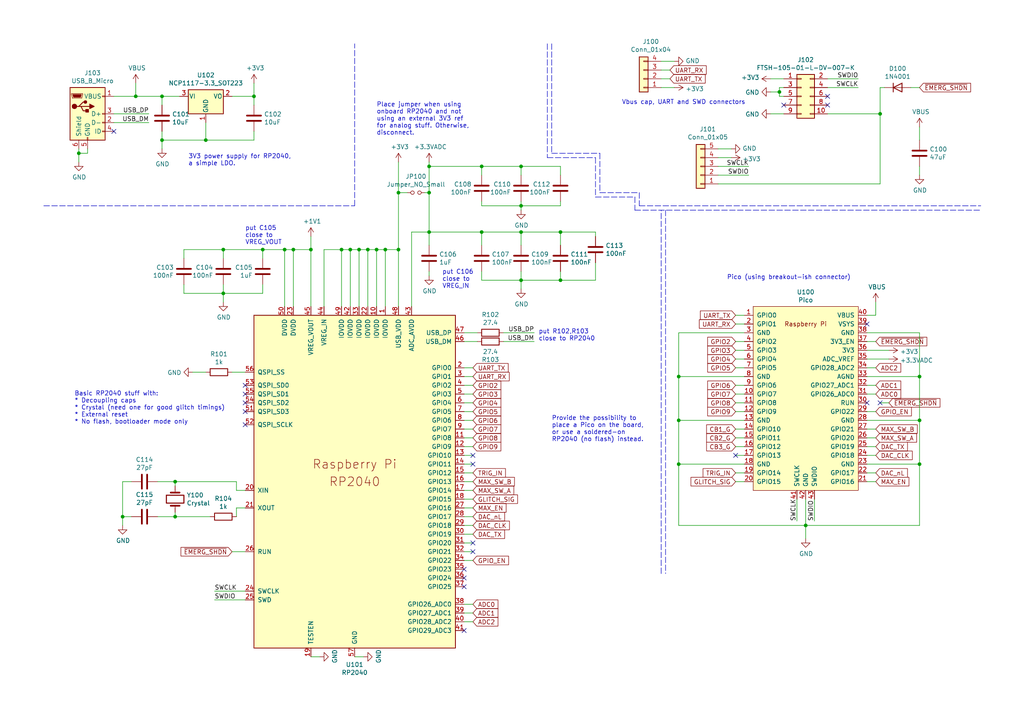
<source format=kicad_sch>
(kicad_sch (version 20211123) (generator eeschema)
  (paper "A4")
  (lib_symbols
    (symbol "Connector:USB_B_Micro" (pin_names (offset 1.016))
      (property "Reference" "J" (at -5.08 11.43 0))
      (property "Value" "USB_B_Micro" (at -5.08 8.89 0))
      (symbol "USB_B_Micro_1_1"
        (pin power_out line (at 7.62 5.08 180) (length 2.54) (name "VBUS") (number "1"))
        (pin bidirectional line (at 7.62 -2.54 180) (length 2.54) (name "D-") (number "2"))
        (pin bidirectional line (at 7.62 0 180) (length 2.54) (name "D+") (number "3"))
        (pin passive line (at 7.62 -5.08 180) (length 2.54) (name "ID") (number "4"))
        (pin power_out line (at 0 -10.16 90) (length 2.54) (name "GND") (number "5"))
        (pin passive line (at -2.54 -10.16 90) (length 2.54) (name "Shield") (number "6"))
      )
    )
    (symbol "Connector_Generic:Conn_01x04" (pin_names (offset 1.016) hide)
      (property "Reference" "J" (at 0 5.08 0))
      (property "Value" "Conn_01x04" (at 0 -7.62 0))
      (symbol "Conn_01x04_1_1"
        (pin passive line (at -5.08 2.54 0) (length 3.81) (name "Pin_1") (number "1"))
        (pin passive line (at -5.08 0 0) (length 3.81) (name "Pin_2") (number "2"))
        (pin passive line (at -5.08 -2.54 0) (length 3.81) (name "Pin_3") (number "3"))
        (pin passive line (at -5.08 -5.08 0) (length 3.81) (name "Pin_4") (number "4"))
      )
    )
    (symbol "Connector_Generic:Conn_01x05" (pin_names (offset 1.016) hide)
      (property "Reference" "J" (at 0 7.62 0))
      (property "Value" "Conn_01x05" (at 0 -7.62 0))
      (symbol "Conn_01x05_1_1"
        (pin passive line (at -5.08 5.08 0) (length 3.81) (name "Pin_1") (number "1"))
        (pin passive line (at -5.08 2.54 0) (length 3.81) (name "Pin_2") (number "2"))
        (pin passive line (at -5.08 0 0) (length 3.81) (name "Pin_3") (number "3"))
        (pin passive line (at -5.08 -2.54 0) (length 3.81) (name "Pin_4") (number "4"))
        (pin passive line (at -5.08 -5.08 0) (length 3.81) (name "Pin_5") (number "5"))
      )
    )
    (symbol "Connector_Generic:Conn_02x05_Odd_Even" (pin_names (offset 1.016) hide)
      (property "Reference" "J" (at 1.27 7.62 0))
      (property "Value" "Conn_02x05_Odd_Even" (at 1.27 -7.62 0))
      (symbol "Conn_02x05_Odd_Even_1_1"
        (pin passive line (at -5.08 5.08 0) (length 3.81) (name "Pin_1") (number "1"))
        (pin passive line (at 7.62 -5.08 180) (length 3.81) (name "Pin_10") (number "10"))
        (pin passive line (at 7.62 5.08 180) (length 3.81) (name "Pin_2") (number "2"))
        (pin passive line (at -5.08 2.54 0) (length 3.81) (name "Pin_3") (number "3"))
        (pin passive line (at 7.62 2.54 180) (length 3.81) (name "Pin_4") (number "4"))
        (pin passive line (at -5.08 0 0) (length 3.81) (name "Pin_5") (number "5"))
        (pin passive line (at 7.62 0 180) (length 3.81) (name "Pin_6") (number "6"))
        (pin passive line (at -5.08 -2.54 0) (length 3.81) (name "Pin_7") (number "7"))
        (pin passive line (at 7.62 -2.54 180) (length 3.81) (name "Pin_8") (number "8"))
        (pin passive line (at -5.08 -5.08 0) (length 3.81) (name "Pin_9") (number "9"))
      )
    )
    (symbol "Device:C" (pin_numbers hide) (pin_names (offset 0.254))
      (property "Reference" "C" (at 0.635 2.54 0))
      (property "Value" "C" (at 0.635 -2.54 0))
      (symbol "C_1_1"
        (pin passive line (at 0 3.81 270) (length 2.794) (name "~") (number "1"))
        (pin passive line (at 0 -3.81 90) (length 2.794) (name "~") (number "2"))
      )
    )
    (symbol "Device:Crystal" (pin_numbers hide) (pin_names (offset 1.016) hide)
      (property "Reference" "Y" (at 0 3.81 0))
      (property "Value" "Crystal" (at 0 -3.81 0))
      (symbol "Crystal_1_1"
        (pin passive line (at -3.81 0 0) (length 1.27) (name "1") (number "1"))
        (pin passive line (at 3.81 0 180) (length 1.27) (name "2") (number "2"))
      )
    )
    (symbol "Device:D" (pin_numbers hide) (pin_names (offset 1.016) hide)
      (property "Reference" "D" (at 0 2.54 0))
      (property "Value" "D" (at 0 -2.54 0))
      (symbol "D_1_1"
        (pin passive line (at -3.81 0 0) (length 2.54) (name "K") (number "1"))
        (pin passive line (at 3.81 0 180) (length 2.54) (name "A") (number "2"))
      )
    )
    (symbol "Device:Jumper_NO_Small" (pin_numbers hide) (pin_names (offset 0.762) hide)
      (property "Reference" "JP" (at 0 2.032 0))
      (property "Value" "Device_Jumper_NO_Small" (at 0.254 -1.524 0))
      (symbol "Jumper_NO_Small_0_1"
        (pin passive line (at -2.54 0 0) (length 1.016) (name "1") (number "1"))
        (pin passive line (at 2.54 0 180) (length 1.016) (name "2") (number "2"))
      )
    )
    (symbol "Device:R" (pin_numbers hide) (pin_names (offset 0))
      (property "Reference" "R" (at 2.032 0 90))
      (property "Value" "R" (at 0 0 90))
      (symbol "R_1_1"
        (pin passive line (at 0 3.81 270) (length 1.27) (name "~") (number "1"))
        (pin passive line (at 0 -3.81 90) (length 1.27) (name "~") (number "2"))
      )
    )
    (symbol "MCU_RaspberryPi_and_Boards:Pico" (pin_names (offset 1.016))
      (property "Reference" "U" (at -13.97 27.94 0))
      (property "Value" "Pico" (at 0 19.05 0))
      (symbol "Pico_0_0"
        (text "Raspberry Pi" (at 0 21.59 0) (effects (font (size 1.27 1.27))))
      )
      (symbol "Pico_1_1"
        (pin bidirectional line (at -17.78 24.13 0) (length 2.54) (name "GPIO0") (number "1"))
        (pin bidirectional line (at -17.78 1.27 0) (length 2.54) (name "GPIO7") (number "10"))
        (pin bidirectional line (at -17.78 -1.27 0) (length 2.54) (name "GPIO8") (number "11"))
        (pin bidirectional line (at -17.78 -3.81 0) (length 2.54) (name "GPIO9") (number "12"))
        (pin power_in line (at -17.78 -6.35 0) (length 2.54) (name "GND") (number "13"))
        (pin bidirectional line (at -17.78 -8.89 0) (length 2.54) (name "GPIO10") (number "14"))
        (pin bidirectional line (at -17.78 -11.43 0) (length 2.54) (name "GPIO11") (number "15"))
        (pin bidirectional line (at -17.78 -13.97 0) (length 2.54) (name "GPIO12") (number "16"))
        (pin bidirectional line (at -17.78 -16.51 0) (length 2.54) (name "GPIO13") (number "17"))
        (pin power_in line (at -17.78 -19.05 0) (length 2.54) (name "GND") (number "18"))
        (pin bidirectional line (at -17.78 -21.59 0) (length 2.54) (name "GPIO14") (number "19"))
        (pin bidirectional line (at -17.78 21.59 0) (length 2.54) (name "GPIO1") (number "2"))
        (pin bidirectional line (at -17.78 -24.13 0) (length 2.54) (name "GPIO15") (number "20"))
        (pin bidirectional line (at 17.78 -24.13 180) (length 2.54) (name "GPIO16") (number "21"))
        (pin bidirectional line (at 17.78 -21.59 180) (length 2.54) (name "GPIO17") (number "22"))
        (pin power_in line (at 17.78 -19.05 180) (length 2.54) (name "GND") (number "23"))
        (pin bidirectional line (at 17.78 -16.51 180) (length 2.54) (name "GPIO18") (number "24"))
        (pin bidirectional line (at 17.78 -13.97 180) (length 2.54) (name "GPIO19") (number "25"))
        (pin bidirectional line (at 17.78 -11.43 180) (length 2.54) (name "GPIO20") (number "26"))
        (pin bidirectional line (at 17.78 -8.89 180) (length 2.54) (name "GPIO21") (number "27"))
        (pin power_in line (at 17.78 -6.35 180) (length 2.54) (name "GND") (number "28"))
        (pin bidirectional line (at 17.78 -3.81 180) (length 2.54) (name "GPIO22") (number "29"))
        (pin power_in line (at -17.78 19.05 0) (length 2.54) (name "GND") (number "3"))
        (pin input line (at 17.78 -1.27 180) (length 2.54) (name "RUN") (number "30"))
        (pin bidirectional line (at 17.78 1.27 180) (length 2.54) (name "GPIO26_ADC0") (number "31"))
        (pin bidirectional line (at 17.78 3.81 180) (length 2.54) (name "GPIO27_ADC1") (number "32"))
        (pin power_in line (at 17.78 6.35 180) (length 2.54) (name "AGND") (number "33"))
        (pin bidirectional line (at 17.78 8.89 180) (length 2.54) (name "GPIO28_ADC2") (number "34"))
        (pin unspecified line (at 17.78 11.43 180) (length 2.54) (name "ADC_VREF") (number "35"))
        (pin unspecified line (at 17.78 13.97 180) (length 2.54) (name "3V3") (number "36"))
        (pin input line (at 17.78 16.51 180) (length 2.54) (name "3V3_EN") (number "37"))
        (pin bidirectional line (at 17.78 19.05 180) (length 2.54) (name "GND") (number "38"))
        (pin unspecified line (at 17.78 21.59 180) (length 2.54) (name "VSYS") (number "39"))
        (pin bidirectional line (at -17.78 16.51 0) (length 2.54) (name "GPIO2") (number "4"))
        (pin unspecified line (at 17.78 24.13 180) (length 2.54) (name "VBUS") (number "40"))
        (pin input line (at -2.54 -29.21 90) (length 2.54) (name "SWCLK") (number "41"))
        (pin power_in line (at 0 -29.21 90) (length 2.54) (name "GND") (number "42"))
        (pin bidirectional line (at 2.54 -29.21 90) (length 2.54) (name "SWDIO") (number "43"))
        (pin bidirectional line (at -17.78 13.97 0) (length 2.54) (name "GPIO3") (number "5"))
        (pin bidirectional line (at -17.78 11.43 0) (length 2.54) (name "GPIO4") (number "6"))
        (pin bidirectional line (at -17.78 8.89 0) (length 2.54) (name "GPIO5") (number "7"))
        (pin power_in line (at -17.78 6.35 0) (length 2.54) (name "GND") (number "8"))
        (pin bidirectional line (at -17.78 3.81 0) (length 2.54) (name "GPIO6") (number "9"))
      )
    )
    (symbol "MCU_RaspberryPi_and_Boards:RP2040" (pin_names (offset 1.016))
      (property "Reference" "U" (at -29.21 49.53 0))
      (property "Value" "RP2040" (at 24.13 -49.53 0))
      (symbol "RP2040_0_0"
        (text "Raspberry Pi" (at 0 5.08 0) (effects (font (size 2.54 2.54))))
        (text "RP2040" (at 0 0 0) (effects (font (size 2.54 2.54))))
      )
      (symbol "RP2040_1_1"
        (pin power_in line (at 8.89 50.8 270) (length 2.54) (name "IOVDD") (number "1"))
        (pin power_in line (at 6.35 50.8 270) (length 2.54) (name "IOVDD") (number "10"))
        (pin bidirectional line (at 31.75 12.7 180) (length 2.54) (name "GPIO8") (number "11"))
        (pin bidirectional line (at 31.75 10.16 180) (length 2.54) (name "GPIO9") (number "12"))
        (pin bidirectional line (at 31.75 7.62 180) (length 2.54) (name "GPIO10") (number "13"))
        (pin bidirectional line (at 31.75 5.08 180) (length 2.54) (name "GPIO11") (number "14"))
        (pin bidirectional line (at 31.75 2.54 180) (length 2.54) (name "GPIO12") (number "15"))
        (pin bidirectional line (at 31.75 0 180) (length 2.54) (name "GPIO13") (number "16"))
        (pin bidirectional line (at 31.75 -2.54 180) (length 2.54) (name "GPIO14") (number "17"))
        (pin bidirectional line (at 31.75 -5.08 180) (length 2.54) (name "GPIO15") (number "18"))
        (pin passive line (at -12.7 -50.8 90) (length 2.54) (name "TESTEN") (number "19"))
        (pin bidirectional line (at 31.75 33.02 180) (length 2.54) (name "GPIO0") (number "2"))
        (pin input line (at -31.75 -2.54 0) (length 2.54) (name "XIN") (number "20"))
        (pin passive line (at -31.75 -7.62 0) (length 2.54) (name "XOUT") (number "21"))
        (pin power_in line (at 3.81 50.8 270) (length 2.54) (name "IOVDD") (number "22"))
        (pin power_in line (at -17.78 50.8 270) (length 2.54) (name "DVDD") (number "23"))
        (pin output line (at -31.75 -31.75 0) (length 2.54) (name "SWCLK") (number "24"))
        (pin bidirectional line (at -31.75 -34.29 0) (length 2.54) (name "SWD") (number "25"))
        (pin input line (at -31.75 -20.32 0) (length 2.54) (name "RUN") (number "26"))
        (pin bidirectional line (at 31.75 -7.62 180) (length 2.54) (name "GPIO16") (number "27"))
        (pin bidirectional line (at 31.75 -10.16 180) (length 2.54) (name "GPIO17") (number "28"))
        (pin bidirectional line (at 31.75 -12.7 180) (length 2.54) (name "GPIO18") (number "29"))
        (pin bidirectional line (at 31.75 30.48 180) (length 2.54) (name "GPIO1") (number "3"))
        (pin bidirectional line (at 31.75 -15.24 180) (length 2.54) (name "GPIO19") (number "30"))
        (pin bidirectional line (at 31.75 -17.78 180) (length 2.54) (name "GPIO20") (number "31"))
        (pin bidirectional line (at 31.75 -20.32 180) (length 2.54) (name "GPIO21") (number "32"))
        (pin power_in line (at 1.27 50.8 270) (length 2.54) (name "IOVDD") (number "33"))
        (pin bidirectional line (at 31.75 -22.86 180) (length 2.54) (name "GPIO22") (number "34"))
        (pin bidirectional line (at 31.75 -25.4 180) (length 2.54) (name "GPIO23") (number "35"))
        (pin bidirectional line (at 31.75 -27.94 180) (length 2.54) (name "GPIO24") (number "36"))
        (pin bidirectional line (at 31.75 -30.48 180) (length 2.54) (name "GPIO25") (number "37"))
        (pin bidirectional line (at 31.75 -35.56 180) (length 2.54) (name "GPIO26_ADC0") (number "38"))
        (pin bidirectional line (at 31.75 -38.1 180) (length 2.54) (name "GPIO27_ADC1") (number "39"))
        (pin bidirectional line (at 31.75 27.94 180) (length 2.54) (name "GPIO2") (number "4"))
        (pin bidirectional line (at 31.75 -40.64 180) (length 2.54) (name "GPIO28_ADC2") (number "40"))
        (pin bidirectional line (at 31.75 -43.18 180) (length 2.54) (name "GPIO29_ADC3") (number "41"))
        (pin power_in line (at -1.27 50.8 270) (length 2.54) (name "IOVDD") (number "42"))
        (pin power_in line (at 16.51 50.8 270) (length 2.54) (name "ADC_AVDD") (number "43"))
        (pin power_in line (at -8.89 50.8 270) (length 2.54) (name "VREG_IN") (number "44"))
        (pin power_out line (at -12.7 50.8 270) (length 2.54) (name "VREG_VOUT") (number "45"))
        (pin bidirectional line (at 31.75 40.64 180) (length 2.54) (name "USB_DM") (number "46"))
        (pin bidirectional line (at 31.75 43.18 180) (length 2.54) (name "USB_DP") (number "47"))
        (pin power_in line (at 12.7 50.8 270) (length 2.54) (name "USB_VDD") (number "48"))
        (pin power_in line (at -3.81 50.8 270) (length 2.54) (name "IOVDD") (number "49"))
        (pin bidirectional line (at 31.75 25.4 180) (length 2.54) (name "GPIO3") (number "5"))
        (pin power_in line (at -20.32 50.8 270) (length 2.54) (name "DVDD") (number "50"))
        (pin bidirectional line (at -31.75 20.32 0) (length 2.54) (name "QSPI_SD3") (number "51"))
        (pin output line (at -31.75 16.51 0) (length 2.54) (name "QSPI_SCLK") (number "52"))
        (pin bidirectional line (at -31.75 27.94 0) (length 2.54) (name "QSPI_SD0") (number "53"))
        (pin bidirectional line (at -31.75 22.86 0) (length 2.54) (name "QSPI_SD2") (number "54"))
        (pin bidirectional line (at -31.75 25.4 0) (length 2.54) (name "QSPI_SD1") (number "55"))
        (pin bidirectional line (at -31.75 31.75 0) (length 2.54) (name "QSPI_SS") (number "56"))
        (pin power_in line (at 0 -50.8 90) (length 2.54) (name "GND") (number "57"))
        (pin bidirectional line (at 31.75 22.86 180) (length 2.54) (name "GPIO4") (number "6"))
        (pin bidirectional line (at 31.75 20.32 180) (length 2.54) (name "GPIO5") (number "7"))
        (pin bidirectional line (at 31.75 17.78 180) (length 2.54) (name "GPIO6") (number "8"))
        (pin bidirectional line (at 31.75 15.24 180) (length 2.54) (name "GPIO7") (number "9"))
      )
    )
    (symbol "Regulator_Linear:NCP1117-3.3_SOT223" (pin_names (offset 0.254))
      (property "Reference" "U" (at -3.81 3.175 0))
      (property "Value" "NCP1117-3.3_SOT223" (at 0 3.175 0))
      (symbol "NCP1117-3.3_SOT223_1_1"
        (pin power_in line (at 0 -7.62 90) (length 2.54) (name "GND") (number "1"))
        (pin power_out line (at 7.62 0 180) (length 2.54) (name "VO") (number "2"))
        (pin power_in line (at -7.62 0 0) (length 2.54) (name "VI") (number "3"))
      )
    )
    (symbol "power:+1V1" (power) (pin_names (offset 0))
      (property "Value" "+1V1" (at 0 3.556 0))
      (symbol "+1V1_1_1"
        (pin power_in line (at 0 0 90) (length 0) hide (name "+1V1") (number "1"))
      )
    )
    (symbol "power:+3.3VADC" (power) (pin_names (offset 0))
      (property "Value" "+3.3VADC" (at 0 2.54 0))
      (symbol "+3.3VADC_0_0"
        (pin power_in line (at 0 0 90) (length 0) hide (name "+3.3VADC") (number "1"))
      )
    )
    (symbol "power:+3V3" (power) (pin_names (offset 0))
      (property "Value" "+3V3" (at 0 3.556 0))
      (symbol "+3V3_1_1"
        (pin power_in line (at 0 0 90) (length 0) hide (name "+3V3") (number "1"))
      )
    )
    (symbol "power:GND" (power) (pin_names (offset 0))
      (property "Value" "GND" (at 0 -3.81 0))
      (symbol "GND_1_1"
        (pin power_in line (at 0 0 270) (length 0) hide (name "GND") (number "1"))
      )
    )
    (symbol "power:VBUS" (power) (pin_names (offset 0))
      (property "Value" "VBUS" (at 0 3.81 0))
      (symbol "VBUS_1_1"
        (pin power_in line (at 0 0 90) (length 0) hide (name "VBUS") (number "1"))
      )
    )
  )
  (junction (at 233.68 152.4))
  (junction (at 151.13 81.28))
  (junction (at 82.55 72.39))
  (junction (at 266.7 109.22))
  (junction (at 90.17 72.39))
  (junction (at 59.69 40.64))
  (junction (at 162.56 67.31))
  (junction (at 104.14 72.39))
  (junction (at 106.68 72.39))
  (junction (at 115.57 55.88))
  (junction (at 124.46 55.88))
  (junction (at 196.85 134.62))
  (junction (at 76.2 72.39))
  (junction (at 255.27 33.02))
  (junction (at 111.76 72.39))
  (junction (at 109.22 72.39))
  (junction (at 139.7 67.31))
  (junction (at 99.06 72.39))
  (junction (at 115.57 72.39))
  (junction (at 46.99 40.64))
  (junction (at 139.7 48.26))
  (junction (at 124.46 67.31))
  (junction (at 39.37 27.94))
  (junction (at 196.85 109.22))
  (junction (at 124.46 48.26))
  (junction (at 50.8 139.7))
  (junction (at 266.7 121.92))
  (junction (at 266.7 134.62))
  (junction (at 151.13 59.69))
  (junction (at 50.8 149.86))
  (junction (at 22.86 44.45))
  (junction (at 64.77 85.09))
  (junction (at 85.09 72.39))
  (junction (at 151.13 67.31))
  (junction (at 226.06 26.67))
  (junction (at 151.13 48.26))
  (junction (at 35.56 149.86))
  (junction (at 64.77 72.39))
  (junction (at 196.85 121.92))
  (junction (at 101.6 72.39))
  (junction (at 73.66 27.94))
  (junction (at 46.99 27.94))
  (junction (at 162.56 81.28))
  (no_connect (at 251.46 116.84))
  (no_connect (at 134.62 170.18))
  (no_connect (at 134.62 182.88))
  (no_connect (at 71.12 114.3))
  (no_connect (at 71.12 123.19))
  (no_connect (at 227.33 30.48))
  (no_connect (at 137.16 160.02))
  (no_connect (at 33.02 38.1))
  (no_connect (at 255.27 116.84))
  (no_connect (at 71.12 111.76))
  (no_connect (at 240.03 27.94))
  (no_connect (at 134.62 167.64))
  (no_connect (at 251.46 93.98))
  (no_connect (at 137.16 132.08))
  (no_connect (at 137.16 134.62))
  (no_connect (at 137.16 157.48))
  (no_connect (at 134.62 165.1))
  (no_connect (at 71.12 119.38))
  (no_connect (at 213.36 132.08))
  (no_connect (at 240.03 30.48))
  (no_connect (at 71.12 116.84))
  (wire (pts (xy 67.31 107.95) (xy 71.12 107.95)))
  (wire (pts (xy 215.9 129.54) (xy 213.36 129.54)))
  (wire (pts (xy 137.16 157.48) (xy 134.62 157.48)))
  (wire (pts (xy 115.57 55.88) (xy 115.57 72.39)))
  (wire (pts (xy 139.7 67.31) (xy 151.13 67.31)))
  (wire (pts (xy 71.12 142.24) (xy 68.58 142.24)))
  (wire (pts (xy 226.06 26.67) (xy 223.52 26.67)))
  (wire (pts (xy 53.34 85.09) (xy 53.34 82.55)))
  (wire (pts (xy 53.34 72.39) (xy 64.77 72.39)))
  (wire (pts (xy 196.85 121.92) (xy 196.85 134.62)))
  (wire (pts (xy 251.46 132.08) (xy 254 132.08)))
  (wire (pts (xy 134.62 106.68) (xy 137.16 106.68)))
  (wire (pts (xy 151.13 59.69) (xy 162.56 59.69)))
  (wire (pts (xy 266.7 134.62) (xy 266.7 121.92)))
  (wire (pts (xy 134.62 119.38) (xy 137.16 119.38)))
  (wire (pts (xy 139.7 81.28) (xy 139.7 78.74)))
  (wire (pts (xy 146.05 96.52) (xy 154.94 96.52)))
  (wire (pts (xy 215.9 96.52) (xy 196.85 96.52)))
  (wire (pts (xy 266.7 40.64) (xy 266.7 36.83)))
  (polyline (pts (xy 185.42 55.88) (xy 185.42 59.69)))
  (wire (pts (xy 233.68 152.4) (xy 233.68 156.21)))
  (wire (pts (xy 226.06 27.94) (xy 227.33 27.94)))
  (polyline (pts (xy 173.99 44.45) (xy 173.99 55.88)))
  (wire (pts (xy 226.06 26.67) (xy 226.06 27.94)))
  (wire (pts (xy 50.8 140.97) (xy 50.8 139.7)))
  (wire (pts (xy 134.62 111.76) (xy 137.16 111.76)))
  (wire (pts (xy 137.16 124.46) (xy 134.62 124.46)))
  (wire (pts (xy 73.66 27.94) (xy 73.66 30.48)))
  (wire (pts (xy 134.62 132.08) (xy 137.16 132.08)))
  (wire (pts (xy 213.36 119.38) (xy 215.9 119.38)))
  (wire (pts (xy 162.56 59.69) (xy 162.56 58.42)))
  (wire (pts (xy 76.2 72.39) (xy 76.2 74.93)))
  (wire (pts (xy 119.38 67.31) (xy 119.38 88.9)))
  (wire (pts (xy 257.81 101.6) (xy 251.46 101.6)))
  (wire (pts (xy 134.62 137.16) (xy 137.16 137.16)))
  (wire (pts (xy 266.7 50.8) (xy 266.7 48.26)))
  (wire (pts (xy 196.85 121.92) (xy 196.85 109.22)))
  (wire (pts (xy 151.13 81.28) (xy 139.7 81.28)))
  (wire (pts (xy 251.46 111.76) (xy 254 111.76)))
  (wire (pts (xy 137.16 177.8) (xy 134.62 177.8)))
  (wire (pts (xy 266.7 109.22) (xy 251.46 109.22)))
  (wire (pts (xy 137.16 144.78) (xy 134.62 144.78)))
  (wire (pts (xy 45.72 149.86) (xy 50.8 149.86)))
  (polyline (pts (xy 158.75 12.7) (xy 158.75 45.72)))
  (polyline (pts (xy 172.72 57.15) (xy 184.15 57.15)))
  (wire (pts (xy 213.36 106.68) (xy 215.9 106.68)))
  (wire (pts (xy 208.28 53.34) (xy 255.27 53.34)))
  (wire (pts (xy 137.16 162.56) (xy 134.62 162.56)))
  (wire (pts (xy 73.66 40.64) (xy 73.66 38.1)))
  (wire (pts (xy 213.36 139.7) (xy 215.9 139.7)))
  (wire (pts (xy 162.56 81.28) (xy 151.13 81.28)))
  (wire (pts (xy 151.13 78.74) (xy 151.13 81.28)))
  (wire (pts (xy 255.27 53.34) (xy 255.27 33.02)))
  (wire (pts (xy 124.46 55.88) (xy 124.46 67.31)))
  (wire (pts (xy 52.07 27.94) (xy 46.99 27.94)))
  (wire (pts (xy 134.62 147.32) (xy 137.16 147.32)))
  (wire (pts (xy 46.99 43.18) (xy 46.99 40.64)))
  (wire (pts (xy 46.99 40.64) (xy 59.69 40.64)))
  (wire (pts (xy 139.7 67.31) (xy 139.7 71.12)))
  (wire (pts (xy 172.72 67.31) (xy 172.72 68.58)))
  (wire (pts (xy 111.76 72.39) (xy 115.57 72.39)))
  (wire (pts (xy 137.16 134.62) (xy 134.62 134.62)))
  (wire (pts (xy 105.41 190.5) (xy 102.87 190.5)))
  (wire (pts (xy 257.81 116.84) (xy 255.27 116.84)))
  (wire (pts (xy 124.46 55.88) (xy 124.46 48.26)))
  (wire (pts (xy 233.68 144.78) (xy 233.68 152.4)))
  (wire (pts (xy 101.6 88.9) (xy 101.6 72.39)))
  (wire (pts (xy 35.56 139.7) (xy 38.1 139.7)))
  (wire (pts (xy 251.46 91.44) (xy 254 91.44)))
  (wire (pts (xy 266.7 96.52) (xy 251.46 96.52)))
  (wire (pts (xy 139.7 58.42) (xy 139.7 59.69)))
  (wire (pts (xy 213.36 127) (xy 215.9 127)))
  (wire (pts (xy 255.27 25.4) (xy 255.27 33.02)))
  (wire (pts (xy 139.7 48.26) (xy 139.7 50.8)))
  (wire (pts (xy 134.62 127) (xy 137.16 127)))
  (wire (pts (xy 64.77 72.39) (xy 64.77 74.93)))
  (wire (pts (xy 50.8 139.7) (xy 68.58 139.7)))
  (wire (pts (xy 172.72 76.2) (xy 172.72 81.28)))
  (wire (pts (xy 213.36 132.08) (xy 215.9 132.08)))
  (wire (pts (xy 134.62 121.92) (xy 137.16 121.92)))
  (wire (pts (xy 208.28 48.26) (xy 217.17 48.26)))
  (wire (pts (xy 109.22 72.39) (xy 111.76 72.39)))
  (wire (pts (xy 93.98 88.9) (xy 93.98 72.39)))
  (wire (pts (xy 191.77 17.78) (xy 195.58 17.78)))
  (wire (pts (xy 134.62 99.06) (xy 138.43 99.06)))
  (wire (pts (xy 162.56 78.74) (xy 162.56 81.28)))
  (wire (pts (xy 137.16 149.86) (xy 134.62 149.86)))
  (wire (pts (xy 137.16 116.84) (xy 134.62 116.84)))
  (wire (pts (xy 196.85 109.22) (xy 215.9 109.22)))
  (wire (pts (xy 266.7 121.92) (xy 251.46 121.92)))
  (polyline (pts (xy 158.75 45.72) (xy 172.72 45.72)))
  (wire (pts (xy 240.03 33.02) (xy 255.27 33.02)))
  (polyline (pts (xy 191.77 166.37) (xy 191.77 60.96)))
  (wire (pts (xy 25.4 44.45) (xy 25.4 43.18)))
  (wire (pts (xy 208.28 43.18) (xy 212.09 43.18)))
  (wire (pts (xy 134.62 180.34) (xy 137.16 180.34)))
  (wire (pts (xy 115.57 46.99) (xy 115.57 55.88)))
  (wire (pts (xy 115.57 88.9) (xy 115.57 72.39)))
  (wire (pts (xy 104.14 72.39) (xy 106.68 72.39)))
  (wire (pts (xy 151.13 48.26) (xy 162.56 48.26)))
  (wire (pts (xy 67.31 27.94) (xy 73.66 27.94)))
  (wire (pts (xy 255.27 25.4) (xy 256.54 25.4)))
  (wire (pts (xy 254 119.38) (xy 251.46 119.38)))
  (wire (pts (xy 60.96 149.86) (xy 50.8 149.86)))
  (wire (pts (xy 46.99 40.64) (xy 46.99 38.1)))
  (wire (pts (xy 266.7 152.4) (xy 266.7 134.62)))
  (wire (pts (xy 82.55 72.39) (xy 82.55 88.9)))
  (wire (pts (xy 68.58 139.7) (xy 68.58 142.24)))
  (wire (pts (xy 33.02 33.02) (xy 43.18 33.02)))
  (wire (pts (xy 264.16 25.4) (xy 266.7 25.4)))
  (wire (pts (xy 254 137.16) (xy 251.46 137.16)))
  (wire (pts (xy 64.77 85.09) (xy 76.2 85.09)))
  (polyline (pts (xy 160.02 44.45) (xy 173.99 44.45)))
  (wire (pts (xy 196.85 152.4) (xy 233.68 152.4)))
  (wire (pts (xy 254 91.44) (xy 254 87.63)))
  (wire (pts (xy 146.05 99.06) (xy 154.94 99.06)))
  (wire (pts (xy 35.56 152.4) (xy 35.56 149.86)))
  (wire (pts (xy 123.19 55.88) (xy 124.46 55.88)))
  (wire (pts (xy 139.7 48.26) (xy 151.13 48.26)))
  (wire (pts (xy 68.58 147.32) (xy 71.12 147.32)))
  (wire (pts (xy 118.11 55.88) (xy 115.57 55.88)))
  (wire (pts (xy 134.62 96.52) (xy 138.43 96.52)))
  (wire (pts (xy 233.68 152.4) (xy 266.7 152.4)))
  (wire (pts (xy 124.46 71.12) (xy 124.46 67.31)))
  (wire (pts (xy 240.03 25.4) (xy 248.92 25.4)))
  (wire (pts (xy 134.62 160.02) (xy 137.16 160.02)))
  (wire (pts (xy 99.06 72.39) (xy 101.6 72.39)))
  (wire (pts (xy 39.37 24.13) (xy 39.37 27.94)))
  (wire (pts (xy 38.1 149.86) (xy 35.56 149.86)))
  (polyline (pts (xy 185.42 59.69) (xy 284.48 59.69)))
  (wire (pts (xy 226.06 25.4) (xy 226.06 26.67)))
  (wire (pts (xy 162.56 67.31) (xy 172.72 67.31)))
  (wire (pts (xy 240.03 22.86) (xy 248.92 22.86)))
  (wire (pts (xy 101.6 72.39) (xy 104.14 72.39)))
  (wire (pts (xy 251.46 127) (xy 254 127)))
  (wire (pts (xy 215.9 124.46) (xy 213.36 124.46)))
  (wire (pts (xy 99.06 88.9) (xy 99.06 72.39)))
  (wire (pts (xy 50.8 149.86) (xy 50.8 148.59)))
  (wire (pts (xy 35.56 149.86) (xy 35.56 139.7)))
  (wire (pts (xy 137.16 154.94) (xy 134.62 154.94)))
  (wire (pts (xy 62.23 171.45) (xy 71.12 171.45)))
  (polyline (pts (xy 184.15 57.15) (xy 184.15 60.96)))
  (wire (pts (xy 227.33 33.02) (xy 223.52 33.02)))
  (wire (pts (xy 64.77 82.55) (xy 64.77 85.09)))
  (wire (pts (xy 151.13 81.28) (xy 151.13 83.82)))
  (wire (pts (xy 137.16 139.7) (xy 134.62 139.7)))
  (wire (pts (xy 151.13 59.69) (xy 151.13 60.96)))
  (wire (pts (xy 134.62 175.26) (xy 137.16 175.26)))
  (polyline (pts (xy 172.72 45.72) (xy 172.72 57.15)))
  (polyline (pts (xy 173.99 55.88) (xy 185.42 55.88)))
  (wire (pts (xy 254 124.46) (xy 251.46 124.46)))
  (wire (pts (xy 213.36 93.98) (xy 215.9 93.98)))
  (wire (pts (xy 137.16 129.54) (xy 134.62 129.54)))
  (wire (pts (xy 62.23 173.99) (xy 71.12 173.99)))
  (wire (pts (xy 162.56 48.26) (xy 162.56 50.8)))
  (wire (pts (xy 106.68 88.9) (xy 106.68 72.39)))
  (wire (pts (xy 124.46 48.26) (xy 139.7 48.26)))
  (polyline (pts (xy 193.04 60.96) (xy 193.04 166.37)))
  (wire (pts (xy 67.31 160.02) (xy 71.12 160.02)))
  (wire (pts (xy 55.88 107.95) (xy 59.69 107.95)))
  (wire (pts (xy 106.68 72.39) (xy 109.22 72.39)))
  (wire (pts (xy 90.17 190.5) (xy 92.71 190.5)))
  (wire (pts (xy 39.37 27.94) (xy 46.99 27.94)))
  (wire (pts (xy 151.13 67.31) (xy 151.13 71.12)))
  (wire (pts (xy 134.62 152.4) (xy 137.16 152.4)))
  (wire (pts (xy 85.09 72.39) (xy 90.17 72.39)))
  (wire (pts (xy 53.34 85.09) (xy 64.77 85.09)))
  (wire (pts (xy 151.13 48.26) (xy 151.13 50.8)))
  (wire (pts (xy 22.86 44.45) (xy 22.86 43.18)))
  (wire (pts (xy 104.14 88.9) (xy 104.14 72.39)))
  (wire (pts (xy 227.33 25.4) (xy 226.06 25.4)))
  (wire (pts (xy 172.72 81.28) (xy 162.56 81.28)))
  (wire (pts (xy 90.17 68.58) (xy 90.17 72.39)))
  (wire (pts (xy 257.81 104.14) (xy 251.46 104.14)))
  (wire (pts (xy 266.7 121.92) (xy 266.7 109.22)))
  (polyline (pts (xy 102.87 59.69) (xy 102.87 12.7)))
  (wire (pts (xy 93.98 72.39) (xy 99.06 72.39)))
  (wire (pts (xy 137.16 109.22) (xy 134.62 109.22)))
  (wire (pts (xy 196.85 134.62) (xy 215.9 134.62)))
  (wire (pts (xy 68.58 149.86) (xy 68.58 147.32)))
  (wire (pts (xy 85.09 72.39) (xy 85.09 88.9)))
  (wire (pts (xy 76.2 72.39) (xy 82.55 72.39)))
  (wire (pts (xy 111.76 88.9) (xy 111.76 72.39)))
  (wire (pts (xy 215.9 137.16) (xy 213.36 137.16)))
  (wire (pts (xy 82.55 72.39) (xy 85.09 72.39)))
  (wire (pts (xy 254 114.3) (xy 251.46 114.3)))
  (wire (pts (xy 227.33 22.86) (xy 223.52 22.86)))
  (wire (pts (xy 64.77 72.39) (xy 76.2 72.39)))
  (wire (pts (xy 33.02 35.56) (xy 43.18 35.56)))
  (wire (pts (xy 215.9 121.92) (xy 196.85 121.92)))
  (wire (pts (xy 254 99.06) (xy 251.46 99.06)))
  (wire (pts (xy 194.31 20.32) (xy 191.77 20.32)))
  (wire (pts (xy 39.37 27.94) (xy 33.02 27.94)))
  (wire (pts (xy 266.7 109.22) (xy 266.7 96.52)))
  (polyline (pts (xy 184.15 60.96) (xy 284.48 60.96)))
  (wire (pts (xy 50.8 139.7) (xy 45.72 139.7)))
  (wire (pts (xy 191.77 25.4) (xy 195.58 25.4)))
  (wire (pts (xy 64.77 85.09) (xy 64.77 87.63)))
  (wire (pts (xy 266.7 134.62) (xy 251.46 134.62)))
  (wire (pts (xy 124.46 67.31) (xy 139.7 67.31)))
  (wire (pts (xy 215.9 99.06) (xy 213.36 99.06)))
  (wire (pts (xy 59.69 40.64) (xy 59.69 35.56)))
  (wire (pts (xy 46.99 27.94) (xy 46.99 30.48)))
  (wire (pts (xy 215.9 101.6) (xy 213.36 101.6)))
  (wire (pts (xy 208.28 45.72) (xy 212.09 45.72)))
  (wire (pts (xy 208.28 50.8) (xy 217.17 50.8)))
  (wire (pts (xy 231.14 144.78) (xy 231.14 151.13)))
  (wire (pts (xy 151.13 67.31) (xy 162.56 67.31)))
  (wire (pts (xy 251.46 139.7) (xy 254 139.7)))
  (wire (pts (xy 196.85 134.62) (xy 196.85 152.4)))
  (wire (pts (xy 151.13 58.42) (xy 151.13 59.69)))
  (wire (pts (xy 215.9 91.44) (xy 213.36 91.44)))
  (wire (pts (xy 139.7 59.69) (xy 151.13 59.69)))
  (wire (pts (xy 134.62 114.3) (xy 137.16 114.3)))
  (wire (pts (xy 213.36 104.14) (xy 215.9 104.14)))
  (wire (pts (xy 124.46 80.01) (xy 124.46 78.74)))
  (wire (pts (xy 162.56 67.31) (xy 162.56 71.12)))
  (wire (pts (xy 76.2 82.55) (xy 76.2 85.09)))
  (wire (pts (xy 196.85 96.52) (xy 196.85 109.22)))
  (wire (pts (xy 191.77 22.86) (xy 194.31 22.86)))
  (wire (pts (xy 215.9 111.76) (xy 213.36 111.76)))
  (wire (pts (xy 251.46 106.68) (xy 254 106.68)))
  (wire (pts (xy 124.46 67.31) (xy 119.38 67.31)))
  (wire (pts (xy 109.22 88.9) (xy 109.22 72.39)))
  (wire (pts (xy 53.34 74.93) (xy 53.34 72.39)))
  (wire (pts (xy 254 129.54) (xy 251.46 129.54)))
  (wire (pts (xy 59.69 40.64) (xy 73.66 40.64)))
  (wire (pts (xy 22.86 44.45) (xy 25.4 44.45)))
  (wire (pts (xy 22.86 46.99) (xy 22.86 44.45)))
  (wire (pts (xy 134.62 142.24) (xy 137.16 142.24)))
  (wire (pts (xy 73.66 27.94) (xy 73.66 24.13)))
  (wire (pts (xy 124.46 48.26) (xy 124.46 46.99)))
  (wire (pts (xy 215.9 116.84) (xy 213.36 116.84)))
  (wire (pts (xy 90.17 72.39) (xy 90.17 88.9)))
  (wire (pts (xy 236.22 144.78) (xy 236.22 151.13)))
  (wire (pts (xy 213.36 114.3) (xy 215.9 114.3)))
  (polyline (pts (xy 160.02 12.7) (xy 160.02 44.45)))
  (polyline (pts (xy 12.7 59.69) (xy 102.87 59.69)))
  (text "Place jumper when using\nonboard RP2040 and not\nusing an external 3V3 ref\nfor analog stuff. Otherwise,\ndisconnect." (at 109.22 39.37 0) (effects (font (size 1.27 1.27)) (justify left bottom)))
  (text "put C106\nclose to\nVREG_IN" (at 128.27 83.82 0) (effects (font (size 1.27 1.27)) (justify left bottom)))
  (text "Vbus cap, UART and SWD connectors" (at 180.34 30.48 0) (effects (font (size 1.27 1.27)) (justify left bottom)))
  (text "put C105\nclose to\nVREG_VOUT" (at 71.12 71.12 0) (effects (font (size 1.27 1.27)) (justify left bottom)))
  (text "Pico (using breakout-ish connector)" (at 210.82 81.28 0) (effects (font (size 1.27 1.27)) (justify left bottom)))
  (text "3V3 power supply for RP2040,\na simple LDO." (at 54.61 48.26 0) (effects (font (size 1.27 1.27)) (justify left bottom)))
  (text "put R102,R103\nclose to RP2040" (at 156.21 99.06 0) (effects (font (size 1.27 1.27)) (justify left bottom)))
  (text "Basic RP2040 stuff with:\n* Decoupling caps\n* Crystal (need one for good glitch timings)\n* External reset\n* No flash, bootloader mode only" (at 21.59 123.19 0) (effects (font (size 1.27 1.27)) (justify left bottom)))
  (text "Provide the possibility to\nplace a Pico on the board,\nor use a soldered-on\nRP2040 (no flash) instead." (at 160.02 128.27 0) (effects (font (size 1.27 1.27)) (justify left bottom)))
  (label "SWCLK" (at 217.17 48.26 180))
  (label "USB_DM" (at 43.18 35.56 180))
  (label "SWCLK" (at 62.23 171.45 0))
  (label "USB_DM" (at 154.94 99.06 180))
  (label "SWDIO" (at 236.22 151.13 90))
  (label "SWDIO" (at 248.92 22.86 180))
  (label "USB_DP" (at 43.18 33.02 180))
  (label "SWCLK" (at 248.92 25.4 180))
  (label "USB_DP" (at 154.94 96.52 180))
  (label "SWDIO" (at 62.23 173.99 0))
  (label "SWDIO" (at 217.17 50.8 180))
  (label "SWCLK" (at 231.14 151.13 90))
  (global_label "CB1_G" (shape input) (at 213.36 124.46 180) (property "Intersheet References" "${INTERSHEET_REFS}" (effects hide)))
  (global_label "GPIO2" (shape input) (at 137.16 111.76 0) (property "Intersheet References" "${INTERSHEET_REFS}" (effects hide)))
  (global_label "~{EMERG_SHDN}" (shape input) (at 67.31 160.02 180) (property "Intersheet References" "${INTERSHEET_REFS}" (effects hide)))
  (global_label "ADC0" (shape input) (at 137.16 175.26 0) (property "Intersheet References" "${INTERSHEET_REFS}" (effects hide)))
  (global_label "DAC_nL" (shape input) (at 254 137.16 0) (property "Intersheet References" "${INTERSHEET_REFS}" (effects hide)))
  (global_label "TRIG_IN" (shape input) (at 137.16 137.16 0) (property "Intersheet References" "${INTERSHEET_REFS}" (effects hide)))
  (global_label "ADC2" (shape input) (at 254 106.68 0) (property "Intersheet References" "${INTERSHEET_REFS}" (effects hide)))
  (global_label "TRIG_IN" (shape input) (at 213.36 137.16 180) (property "Intersheet References" "${INTERSHEET_REFS}" (effects hide)))
  (global_label "ADC1" (shape input) (at 137.16 177.8 0) (property "Intersheet References" "${INTERSHEET_REFS}" (effects hide)))
  (global_label "GPIO_EN" (shape input) (at 137.16 162.56 0) (property "Intersheet References" "${INTERSHEET_REFS}" (effects hide)))
  (global_label "MAX_SW_B" (shape input) (at 137.16 139.7 0) (property "Intersheet References" "${INTERSHEET_REFS}" (effects hide)))
  (global_label "GPIO7" (shape input) (at 137.16 124.46 0) (property "Intersheet References" "${INTERSHEET_REFS}" (effects hide)))
  (global_label "MAX_SW_A" (shape input) (at 254 127 0) (property "Intersheet References" "${INTERSHEET_REFS}" (effects hide)))
  (global_label "GPIO5" (shape input) (at 213.36 106.68 180) (property "Intersheet References" "${INTERSHEET_REFS}" (effects hide)))
  (global_label "~{EMERG_SHDN}" (shape input) (at 266.7 25.4 0) (property "Intersheet References" "${INTERSHEET_REFS}" (effects hide)))
  (global_label "GPIO4" (shape input) (at 213.36 104.14 180) (property "Intersheet References" "${INTERSHEET_REFS}" (effects hide)))
  (global_label "MAX_SW_A" (shape input) (at 137.16 142.24 0) (property "Intersheet References" "${INTERSHEET_REFS}" (effects hide)))
  (global_label "GLITCH_SIG" (shape input) (at 137.16 144.78 0) (property "Intersheet References" "${INTERSHEET_REFS}" (effects hide)))
  (global_label "~{EMERG_SHDN}" (shape input) (at 254 99.06 0) (property "Intersheet References" "${INTERSHEET_REFS}" (effects hide)))
  (global_label "GPIO7" (shape input) (at 213.36 114.3 180) (property "Intersheet References" "${INTERSHEET_REFS}" (effects hide)))
  (global_label "CB3_G" (shape input) (at 213.36 129.54 180) (property "Intersheet References" "${INTERSHEET_REFS}" (effects hide)))
  (global_label "ADC1" (shape input) (at 254 111.76 0) (property "Intersheet References" "${INTERSHEET_REFS}" (effects hide)))
  (global_label "~{EMERG_SHDN}" (shape input) (at 257.81 116.84 0) (property "Intersheet References" "${INTERSHEET_REFS}" (effects hide)))
  (global_label "GPIO6" (shape input) (at 137.16 121.92 0) (property "Intersheet References" "${INTERSHEET_REFS}" (effects hide)))
  (global_label "UART_RX" (shape input) (at 213.36 93.98 180) (property "Intersheet References" "${INTERSHEET_REFS}" (effects hide)))
  (global_label "DAC_nL" (shape input) (at 137.16 149.86 0) (property "Intersheet References" "${INTERSHEET_REFS}" (effects hide)))
  (global_label "CB2_G" (shape input) (at 213.36 127 180) (property "Intersheet References" "${INTERSHEET_REFS}" (effects hide)))
  (global_label "GPIO3" (shape input) (at 213.36 101.6 180) (property "Intersheet References" "${INTERSHEET_REFS}" (effects hide)))
  (global_label "UART_TX" (shape input) (at 137.16 106.68 0) (property "Intersheet References" "${INTERSHEET_REFS}" (effects hide)))
  (global_label "GPIO6" (shape input) (at 213.36 111.76 180) (property "Intersheet References" "${INTERSHEET_REFS}" (effects hide)))
  (global_label "GPIO8" (shape input) (at 137.16 127 0) (property "Intersheet References" "${INTERSHEET_REFS}" (effects hide)))
  (global_label "DAC_CLK" (shape input) (at 254 132.08 0) (property "Intersheet References" "${INTERSHEET_REFS}" (effects hide)))
  (global_label "GPIO3" (shape input) (at 137.16 114.3 0) (property "Intersheet References" "${INTERSHEET_REFS}" (effects hide)))
  (global_label "DAC_TX" (shape input) (at 254 129.54 0) (property "Intersheet References" "${INTERSHEET_REFS}" (effects hide)))
  (global_label "DAC_TX" (shape input) (at 137.16 154.94 0) (property "Intersheet References" "${INTERSHEET_REFS}" (effects hide)))
  (global_label "GPIO4" (shape input) (at 137.16 116.84 0) (property "Intersheet References" "${INTERSHEET_REFS}" (effects hide)))
  (global_label "UART_TX" (shape input) (at 194.31 22.86 0) (property "Intersheet References" "${INTERSHEET_REFS}" (effects hide)))
  (global_label "ADC2" (shape input) (at 137.16 180.34 0) (property "Intersheet References" "${INTERSHEET_REFS}" (effects hide)))
  (global_label "MAX_EN" (shape input) (at 254 139.7 0) (property "Intersheet References" "${INTERSHEET_REFS}" (effects hide)))
  (global_label "MAX_SW_B" (shape input) (at 254 124.46 0) (property "Intersheet References" "${INTERSHEET_REFS}" (effects hide)))
  (global_label "UART_RX" (shape input) (at 194.31 20.32 0) (property "Intersheet References" "${INTERSHEET_REFS}" (effects hide)))
  (global_label "GPIO2" (shape input) (at 213.36 99.06 180) (property "Intersheet References" "${INTERSHEET_REFS}" (effects hide)))
  (global_label "GPIO9" (shape input) (at 213.36 119.38 180) (property "Intersheet References" "${INTERSHEET_REFS}" (effects hide)))
  (global_label "GPIO9" (shape input) (at 137.16 129.54 0) (property "Intersheet References" "${INTERSHEET_REFS}" (effects hide)))
  (global_label "GPIO8" (shape input) (at 213.36 116.84 180) (property "Intersheet References" "${INTERSHEET_REFS}" (effects hide)))
  (global_label "ADC0" (shape input) (at 254 114.3 0) (property "Intersheet References" "${INTERSHEET_REFS}" (effects hide)))
  (global_label "GPIO_EN" (shape input) (at 254 119.38 0) (property "Intersheet References" "${INTERSHEET_REFS}" (effects hide)))
  (global_label "MAX_EN" (shape input) (at 137.16 147.32 0) (property "Intersheet References" "${INTERSHEET_REFS}" (effects hide)))
  (global_label "GPIO5" (shape input) (at 137.16 119.38 0) (property "Intersheet References" "${INTERSHEET_REFS}" (effects hide)))
  (global_label "GLITCH_SIG" (shape input) (at 213.36 139.7 180) (property "Intersheet References" "${INTERSHEET_REFS}" (effects hide)))
  (global_label "UART_TX" (shape input) (at 213.36 91.44 180) (property "Intersheet References" "${INTERSHEET_REFS}" (effects hide)))
  (global_label "UART_RX" (shape input) (at 137.16 109.22 0) (property "Intersheet References" "${INTERSHEET_REFS}" (effects hide)))
  (global_label "DAC_CLK" (shape input) (at 137.16 152.4 0) (property "Intersheet References" "${INTERSHEET_REFS}" (effects hide)))
  (symbol (lib_id "MCU_RaspberryPi_and_Boards:Pico") (at 233.68 115.57 0) (unit 1)
    (property "Reference" "U100" (at 233.68 84.709 0))
    (property "Value" "Pico" (at 233.68 87.0204 0))
    (property "Footprint" "MCU_RaspberryPi_and_Boards:RPi_Pico_SMD_TH" (effects hide))
  )
  (symbol (lib_id "MCU_RaspberryPi_and_Boards:RP2040") (at 102.87 139.7 0) (unit 1) (in_bom no) (on_board no)
    (property "Reference" "U101" (at 102.87 192.7606 0))
    (property "Value" "RP2040" (at 102.87 195.072 0))
    (property "Footprint" "MCU_RaspberryPi_and_Boards:RP2040-QFN-56" (effects hide))
  )
  (symbol (lib_id "power:GND") (at 233.68 156.21 0) (unit 1)
    (property "Reference" "#PWR0102" (effects hide))
    (property "Value" "GND" (at 233.807 160.6042 0))
  )
  (symbol (lib_id "power:VBUS") (at 254 87.63 0) (unit 1)
    (property "Reference" "#PWR0103" (effects hide))
    (property "Value" "VBUS" (at 254.381 83.2358 0))
  )
  (symbol (lib_id "power:+3V3") (at 257.81 101.6 270) (unit 1)
    (property "Reference" "#PWR0104" (effects hide))
    (property "Value" "+3V3" (at 261.0612 101.981 90) (effects (justify left)))
  )
  (symbol (lib_id "power:+3.3VADC") (at 257.81 104.14 270) (unit 1)
    (property "Reference" "#PWR0105" (effects hide))
    (property "Value" "+3.3VADC" (at 261.0612 104.521 90) (effects (justify left)))
  )
  (symbol (lib_id "power:VBUS") (at 266.7 36.83 0) (unit 1)
    (property "Reference" "#PWR0106" (effects hide))
    (property "Value" "VBUS" (at 267.081 32.4358 0))
  )
  (symbol (lib_id "Device:C") (at 266.7 44.45 0) (unit 1)
    (property "Reference" "C100" (at 269.621 43.2816 0) (effects (justify left)))
    (property "Value" "47uF" (at 269.621 45.593 0) (effects (justify left)))
    (property "Footprint" "Capacitor_THT:CP_Radial_D4.0mm_P2.00mm" (effects hide))
  )
  (symbol (lib_id "power:GND") (at 266.7 50.8 0) (unit 1)
    (property "Reference" "#PWR0107" (effects hide))
    (property "Value" "GND" (at 266.827 55.1942 0))
  )
  (symbol (lib_id "Device:D") (at 260.35 25.4 0) (unit 1)
    (property "Reference" "D100" (at 260.35 19.8882 0))
    (property "Value" "1N4001" (at 260.35 22.1996 0))
    (property "Footprint" "Diode_SMD:D_SOD-123" (effects hide))
  )
  (symbol (lib_id "Connector_Generic:Conn_02x05_Odd_Even") (at 232.41 27.94 0) (unit 1)
    (property "Reference" "J102" (at 233.68 17.3482 0))
    (property "Value" "FTSH-105-01-L-DV-007-K" (at 233.68 19.6596 0))
    (property "Footprint" "lethalbit-connectors:FTSH-105-01-L-DV-K-TR" (effects hide))
  )
  (symbol (lib_id "power:+3V3") (at 223.52 22.86 90) (unit 1)
    (property "Reference" "#PWR0112" (effects hide))
    (property "Value" "+3V3" (at 220.2688 22.479 90) (effects (justify left)))
  )
  (symbol (lib_id "power:GND") (at 223.52 26.67 270) (unit 1)
    (property "Reference" "#PWR0113" (effects hide))
    (property "Value" "GND" (at 220.2688 26.797 90) (effects (justify right)))
  )
  (symbol (lib_id "power:GND") (at 223.52 33.02 270) (unit 1)
    (property "Reference" "#PWR0114" (effects hide))
    (property "Value" "GND" (at 220.2688 33.147 90) (effects (justify right)))
  )
  (symbol (lib_id "Connector:USB_B_Micro") (at 25.4 33.02 0) (unit 1) (in_bom no) (on_board no)
    (property "Reference" "J103" (at 26.8478 21.1582 0))
    (property "Value" "USB_B_Micro" (at 26.8478 23.4696 0))
    (property "Footprint" "Connector_USB:USB_Micro-B_Wuerth_629105150521" (effects hide))
  )
  (symbol (lib_id "Regulator_Linear:NCP1117-3.3_SOT223") (at 59.69 27.94 0) (unit 1) (in_bom no) (on_board no)
    (property "Reference" "U102" (at 59.69 21.7932 0))
    (property "Value" "NCP1117-3.3_SOT223" (at 59.69 24.1046 0))
    (property "Footprint" "Package_TO_SOT_SMD:SOT-223-3_TabPin2" (effects hide))
    (property "Datasheet" "http://www.onsemi.com/pub_link/Collateral/NCP1117-D.PDF" (effects hide))
  )
  (symbol (lib_id "power:VBUS") (at 39.37 24.13 0) (unit 1)
    (property "Reference" "#PWR0115" (effects hide))
    (property "Value" "VBUS" (at 39.751 19.7358 0))
  )
  (symbol (lib_id "power:GND") (at 22.86 46.99 0) (unit 1)
    (property "Reference" "#PWR0116" (effects hide))
    (property "Value" "GND" (at 22.987 51.3842 0))
  )
  (symbol (lib_id "Device:C") (at 46.99 34.29 0) (unit 1) (in_bom no) (on_board no)
    (property "Reference" "C101" (at 49.911 33.1216 0) (effects (justify left)))
    (property "Value" "10uF" (at 49.911 35.433 0) (effects (justify left)))
    (property "Footprint" "Capacitor_SMD:C_0603_1608Metric_Pad1.08x0.95mm_HandSolder" (effects hide))
  )
  (symbol (lib_id "power:GND") (at 46.99 43.18 0) (unit 1)
    (property "Reference" "#PWR0117" (effects hide))
    (property "Value" "GND" (at 47.117 47.5742 0))
  )
  (symbol (lib_id "Device:C") (at 73.66 34.29 0) (unit 1) (in_bom no) (on_board no)
    (property "Reference" "C102" (at 76.581 33.1216 0) (effects (justify left)))
    (property "Value" "10uF" (at 76.581 35.433 0) (effects (justify left)))
    (property "Footprint" "Capacitor_SMD:C_0603_1608Metric_Pad1.08x0.95mm_HandSolder" (effects hide))
  )
  (symbol (lib_id "power:+3V3") (at 73.66 24.13 0) (unit 1)
    (property "Reference" "#PWR0118" (effects hide))
    (property "Value" "+3V3" (at 74.041 19.7358 0))
  )
  (symbol (lib_id "power:GND") (at 92.71 190.5 90) (unit 1)
    (property "Reference" "#PWR0119" (effects hide))
    (property "Value" "GND" (at 97.1042 190.373 0))
  )
  (symbol (lib_id "power:GND") (at 105.41 190.5 90) (unit 1)
    (property "Reference" "#PWR0120" (effects hide))
    (property "Value" "GND" (at 109.8042 190.373 0))
  )
  (symbol (lib_id "Device:C") (at 64.77 78.74 0) (mirror y) (unit 1) (in_bom no) (on_board no)
    (property "Reference" "C104" (at 61.849 77.5716 0) (effects (justify left)))
    (property "Value" "100nF" (at 61.849 79.883 0) (effects (justify left)))
    (property "Footprint" "Capacitor_SMD:C_0603_1608Metric_Pad1.08x0.95mm_HandSolder" (effects hide))
  )
  (symbol (lib_id "Device:C") (at 76.2 78.74 0) (mirror y) (unit 1) (in_bom no) (on_board no)
    (property "Reference" "C105" (at 73.279 77.5716 0) (effects (justify left)))
    (property "Value" "1uF" (at 73.279 79.883 0) (effects (justify left)))
    (property "Footprint" "Capacitor_SMD:C_0603_1608Metric_Pad1.08x0.95mm_HandSolder" (effects hide))
  )
  (symbol (lib_id "Device:C") (at 53.34 78.74 0) (mirror y) (unit 1) (in_bom no) (on_board no)
    (property "Reference" "C103" (at 50.419 77.5716 0) (effects (justify left)))
    (property "Value" "100nF" (at 50.419 79.883 0) (effects (justify left)))
    (property "Footprint" "Capacitor_SMD:C_0603_1608Metric_Pad1.08x0.95mm_HandSolder" (effects hide))
  )
  (symbol (lib_id "power:GND") (at 64.77 87.63 0) (unit 1)
    (property "Reference" "#PWR0121" (effects hide))
    (property "Value" "GND" (at 64.897 92.0242 0))
  )
  (symbol (lib_id "power:+1V1") (at 90.17 68.58 0) (unit 1)
    (property "Reference" "#PWR0122" (effects hide))
    (property "Value" "+1V1" (at 90.551 64.1858 0))
  )
  (symbol (lib_id "power:+3V3") (at 115.57 46.99 0) (unit 1)
    (property "Reference" "#PWR0123" (effects hide))
    (property "Value" "+3V3" (at 115.951 42.5958 0))
  )
  (symbol (lib_id "power:+3.3VADC") (at 124.46 46.99 0) (unit 1)
    (property "Reference" "#PWR0124" (effects hide))
    (property "Value" "+3.3VADC" (at 124.841 42.5958 0))
  )
  (symbol (lib_id "Device:C") (at 124.46 74.93 0) (unit 1) (in_bom no) (on_board no)
    (property "Reference" "C106" (at 127.381 73.7616 0) (effects (justify left)))
    (property "Value" "1uF" (at 127.381 76.073 0) (effects (justify left)))
    (property "Footprint" "Capacitor_SMD:C_0603_1608Metric_Pad1.08x0.95mm_HandSolder" (effects hide))
  )
  (symbol (lib_id "power:GND") (at 124.46 80.01 0) (unit 1)
    (property "Reference" "#PWR0125" (effects hide))
    (property "Value" "GND" (at 124.587 84.4042 0))
  )
  (symbol (lib_id "Device:C") (at 139.7 74.93 0) (unit 1) (in_bom no) (on_board no)
    (property "Reference" "C107" (at 142.621 73.7616 0) (effects (justify left)))
    (property "Value" "100nF" (at 142.621 76.073 0) (effects (justify left)))
    (property "Footprint" "Capacitor_SMD:C_0603_1608Metric_Pad1.08x0.95mm_HandSolder" (effects hide))
  )
  (symbol (lib_id "Device:C") (at 151.13 74.93 0) (unit 1) (in_bom no) (on_board no)
    (property "Reference" "C109" (at 154.051 73.7616 0) (effects (justify left)))
    (property "Value" "100nF" (at 154.051 76.073 0) (effects (justify left)))
    (property "Footprint" "Capacitor_SMD:C_0603_1608Metric_Pad1.08x0.95mm_HandSolder" (effects hide))
  )
  (symbol (lib_id "Device:C") (at 162.56 74.93 0) (unit 1) (in_bom no) (on_board no)
    (property "Reference" "C111" (at 165.481 73.7616 0) (effects (justify left)))
    (property "Value" "100nF" (at 165.481 76.073 0) (effects (justify left)))
    (property "Footprint" "Capacitor_SMD:C_0603_1608Metric_Pad1.08x0.95mm_HandSolder" (effects hide))
  )
  (symbol (lib_id "Device:C") (at 139.7 54.61 0) (mirror y) (unit 1) (in_bom no) (on_board no)
    (property "Reference" "C108" (at 136.779 53.4416 0) (effects (justify left)))
    (property "Value" "100nF" (at 136.779 55.753 0) (effects (justify left)))
    (property "Footprint" "Capacitor_SMD:C_0603_1608Metric_Pad1.08x0.95mm_HandSolder" (effects hide))
  )
  (symbol (lib_id "Device:C") (at 151.13 54.61 0) (mirror y) (unit 1) (in_bom no) (on_board no)
    (property "Reference" "C110" (at 148.209 53.4416 0) (effects (justify left)))
    (property "Value" "100nF" (at 148.209 55.753 0) (effects (justify left)))
    (property "Footprint" "Capacitor_SMD:C_0603_1608Metric_Pad1.08x0.95mm_HandSolder" (effects hide))
  )
  (symbol (lib_id "Device:C") (at 162.56 54.61 0) (mirror y) (unit 1) (in_bom no) (on_board no)
    (property "Reference" "C112" (at 159.639 53.4416 0) (effects (justify left)))
    (property "Value" "100nF" (at 159.639 55.753 0) (effects (justify left)))
    (property "Footprint" "Capacitor_SMD:C_0603_1608Metric_Pad1.08x0.95mm_HandSolder" (effects hide))
  )
  (symbol (lib_id "Device:C") (at 172.72 72.39 0) (unit 1) (in_bom no) (on_board no)
    (property "Reference" "C113" (at 175.641 71.2216 0) (effects (justify left)))
    (property "Value" "100nF" (at 175.641 73.533 0) (effects (justify left)))
    (property "Footprint" "Capacitor_SMD:C_0603_1608Metric_Pad1.08x0.95mm_HandSolder" (effects hide))
  )
  (symbol (lib_id "power:GND") (at 151.13 83.82 0) (unit 1)
    (property "Reference" "#PWR0126" (effects hide))
    (property "Value" "GND" (at 151.257 88.2142 0))
  )
  (symbol (lib_id "power:GND") (at 151.13 60.96 0) (unit 1)
    (property "Reference" "#PWR0127" (effects hide))
    (property "Value" "GND" (at 151.257 65.3542 0))
  )
  (symbol (lib_id "Device:R") (at 63.5 107.95 270) (unit 1) (in_bom no) (on_board no)
    (property "Reference" "R101" (at 63.5 102.6922 90))
    (property "Value" "1k" (at 63.5 105.0036 90))
    (property "Footprint" "Resistor_SMD:R_0603_1608Metric_Pad0.98x0.95mm_HandSolder" (effects hide))
  )
  (symbol (lib_id "power:GND") (at 55.88 107.95 270) (unit 1)
    (property "Reference" "#PWR0129" (effects hide))
    (property "Value" "GND" (at 52.6288 108.077 90) (effects (justify right)))
  )
  (symbol (lib_id "Device:R") (at 142.24 96.52 270) (unit 1) (in_bom no) (on_board no)
    (property "Reference" "R102" (at 142.24 91.2622 90))
    (property "Value" "27.4" (at 142.24 93.5736 90))
    (property "Footprint" "Resistor_SMD:R_0603_1608Metric_Pad0.98x0.95mm_HandSolder" (effects hide))
  )
  (symbol (lib_id "Device:R") (at 142.24 99.06 270) (mirror x) (unit 1) (in_bom no) (on_board no)
    (property "Reference" "R103" (at 142.24 104.3178 90))
    (property "Value" "27.4" (at 142.24 102.0064 90))
    (property "Footprint" "Resistor_SMD:R_0603_1608Metric_Pad0.98x0.95mm_HandSolder" (effects hide))
  )
  (symbol (lib_id "Device:R") (at 64.77 149.86 270) (unit 1) (in_bom no) (on_board no)
    (property "Reference" "R104" (at 64.77 144.6022 90))
    (property "Value" "1k" (at 64.77 146.9136 90))
    (property "Footprint" "Resistor_SMD:R_0603_1608Metric_Pad0.98x0.95mm_HandSolder" (effects hide))
  )
  (symbol (lib_id "Device:Crystal") (at 50.8 144.78 90) (unit 1) (in_bom no) (on_board no)
    (property "Reference" "Y100" (at 54.1274 143.6116 90) (effects (justify right)))
    (property "Value" "Crystal" (at 54.1274 145.923 90) (effects (justify right)))
    (property "Footprint" "MCU_RaspberryPi_and_Boards:Crystal_SMD_HC49-US" (effects hide))
  )
  (symbol (lib_id "Device:C") (at 41.91 139.7 270) (unit 1) (in_bom no) (on_board no)
    (property "Reference" "C114" (at 41.91 133.2992 90))
    (property "Value" "27pF" (at 41.91 135.6106 90))
    (property "Footprint" "Capacitor_SMD:C_0603_1608Metric_Pad1.08x0.95mm_HandSolder" (effects hide))
  )
  (symbol (lib_id "Device:C") (at 41.91 149.86 270) (unit 1) (in_bom no) (on_board no)
    (property "Reference" "C115" (at 41.91 143.4592 90))
    (property "Value" "27pF" (at 41.91 145.7706 90))
    (property "Footprint" "Capacitor_SMD:C_0603_1608Metric_Pad1.08x0.95mm_HandSolder" (effects hide))
  )
  (symbol (lib_id "power:GND") (at 35.56 152.4 0) (unit 1)
    (property "Reference" "#PWR0130" (effects hide))
    (property "Value" "GND" (at 35.687 156.7942 0))
  )
  (symbol (lib_id "Device:Jumper_NO_Small") (at 120.65 55.88 0) (unit 1) (in_bom no) (on_board no)
    (property "Reference" "JP100" (at 120.65 51.181 0))
    (property "Value" "Jumper_NO_Small" (at 120.65 53.4924 0))
    (property "Footprint" "Connector_PinHeader_2.54mm:PinHeader_1x02_P2.54mm_Vertical" (effects hide))
  )
  (symbol (lib_id "Connector_Generic:Conn_01x04") (at 186.69 22.86 180) (unit 1)
    (property "Reference" "J100" (at 188.7728 12.065 0))
    (property "Value" "Conn_01x04" (at 188.7728 14.3764 0))
    (property "Footprint" "Connector_PinHeader_2.54mm:PinHeader_1x04_P2.54mm_Vertical" (effects hide))
  )
  (symbol (lib_id "power:+3V3") (at 195.58 25.4 270) (unit 1)
    (property "Reference" "#PWR0110" (effects hide))
    (property "Value" "+3V3" (at 198.8312 25.781 90) (effects (justify left)))
  )
  (symbol (lib_id "power:GND") (at 195.58 17.78 90) (unit 1)
    (property "Reference" "#PWR0111" (effects hide))
    (property "Value" "GND" (at 198.8312 17.653 90) (effects (justify right)))
  )
  (symbol (lib_id "Connector_Generic:Conn_01x05") (at 203.2 48.26 180) (unit 1)
    (property "Reference" "J101" (at 205.2828 37.465 0))
    (property "Value" "Conn_01x05" (at 205.2828 39.7764 0))
    (property "Footprint" "Connector_PinHeader_2.54mm:PinHeader_1x05_P2.54mm_Vertical" (effects hide))
  )
  (symbol (lib_id "power:+3V3") (at 212.09 45.72 270) (unit 1)
    (property "Reference" "#PWR0151" (effects hide))
    (property "Value" "+3V3" (at 215.3412 46.101 90) (effects (justify left)))
  )
  (symbol (lib_id "power:GND") (at 212.09 43.18 90) (unit 1)
    (property "Reference" "#PWR0154" (effects hide))
    (property "Value" "GND" (at 215.3412 43.053 90) (effects (justify right)))
  )
)
</source>
